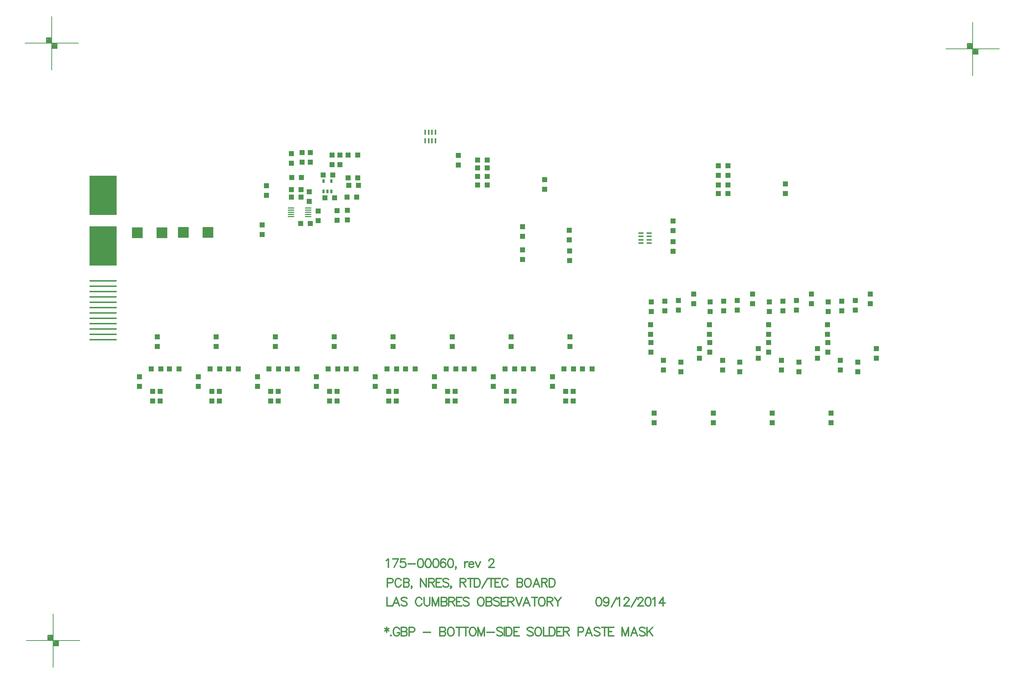
<source format=gbp>
%FSLAX23Y23*%
%MOIN*%
G70*
G01*
G75*
G04 Layer_Color=128*
%ADD10R,0.217X0.120*%
%ADD11R,0.012X0.065*%
%ADD12R,0.065X0.012*%
%ADD13O,0.071X0.012*%
%ADD14O,0.012X0.071*%
%ADD15O,0.098X0.028*%
%ADD16R,0.280X0.100*%
%ADD17R,0.100X0.100*%
%ADD18R,0.264X0.030*%
%ADD19R,0.264X0.383*%
G04:AMPARAMS|DCode=20|XSize=17mil|YSize=50mil|CornerRadius=5mil|HoleSize=0mil|Usage=FLASHONLY|Rotation=180.000|XOffset=0mil|YOffset=0mil|HoleType=Round|Shape=RoundedRectangle|*
%AMROUNDEDRECTD20*
21,1,0.017,0.040,0,0,180.0*
21,1,0.007,0.050,0,0,180.0*
1,1,0.010,-0.003,0.020*
1,1,0.010,0.003,0.020*
1,1,0.010,0.003,-0.020*
1,1,0.010,-0.003,-0.020*
%
%ADD20ROUNDEDRECTD20*%
%ADD21R,0.126X0.071*%
%ADD22R,0.050X0.050*%
%ADD23R,0.050X0.050*%
%ADD24C,0.005*%
%ADD25C,0.010*%
%ADD26C,0.030*%
%ADD27C,0.050*%
%ADD28C,0.025*%
%ADD29C,0.012*%
%ADD30C,0.008*%
%ADD31C,0.012*%
%ADD32C,0.012*%
%ADD33C,0.060*%
%ADD34R,0.060X0.060*%
%ADD35C,0.024*%
%ADD36C,0.070*%
%ADD37R,0.115X0.115*%
%ADD38C,0.115*%
%ADD39C,0.080*%
%ADD40C,0.050*%
%ADD41C,0.094*%
%ADD42C,0.079*%
%ADD43R,0.079X0.079*%
%ADD44C,0.059*%
%ADD45R,0.059X0.059*%
%ADD46C,0.020*%
%ADD47C,0.040*%
%ADD48C,0.100*%
G04:AMPARAMS|DCode=49|XSize=90mil|YSize=90mil|CornerRadius=0mil|HoleSize=0mil|Usage=FLASHONLY|Rotation=0.000|XOffset=0mil|YOffset=0mil|HoleType=Round|Shape=Relief|Width=10mil|Gap=10mil|Entries=4|*
%AMTHD49*
7,0,0,0.090,0.070,0.010,45*
%
%ADD49THD49*%
G04:AMPARAMS|DCode=50|XSize=100mil|YSize=100mil|CornerRadius=0mil|HoleSize=0mil|Usage=FLASHONLY|Rotation=0.000|XOffset=0mil|YOffset=0mil|HoleType=Round|Shape=Relief|Width=10mil|Gap=10mil|Entries=4|*
%AMTHD50*
7,0,0,0.100,0.080,0.010,45*
%
%ADD50THD50*%
G04:AMPARAMS|DCode=51|XSize=138mil|YSize=138mil|CornerRadius=0mil|HoleSize=0mil|Usage=FLASHONLY|Rotation=0.000|XOffset=0mil|YOffset=0mil|HoleType=Round|Shape=Relief|Width=10mil|Gap=10mil|Entries=4|*
%AMTHD51*
7,0,0,0.138,0.118,0.010,45*
%
%ADD51THD51*%
%ADD52C,0.118*%
%ADD53C,0.092*%
%ADD54C,0.072*%
%ADD55C,0.134*%
%ADD56C,0.079*%
%ADD57C,0.075*%
G04:AMPARAMS|DCode=58|XSize=107.244mil|YSize=107.244mil|CornerRadius=0mil|HoleSize=0mil|Usage=FLASHONLY|Rotation=0.000|XOffset=0mil|YOffset=0mil|HoleType=Round|Shape=Relief|Width=10mil|Gap=10mil|Entries=4|*
%AMTHD58*
7,0,0,0.107,0.087,0.010,45*
%
%ADD58THD58*%
%ADD59C,0.087*%
G04:AMPARAMS|DCode=60|XSize=112mil|YSize=112mil|CornerRadius=0mil|HoleSize=0mil|Usage=FLASHONLY|Rotation=0.000|XOffset=0mil|YOffset=0mil|HoleType=Round|Shape=Relief|Width=10mil|Gap=10mil|Entries=4|*
%AMTHD60*
7,0,0,0.112,0.092,0.010,45*
%
%ADD60THD60*%
G04:AMPARAMS|DCode=61|XSize=70mil|YSize=70mil|CornerRadius=0mil|HoleSize=0mil|Usage=FLASHONLY|Rotation=0.000|XOffset=0mil|YOffset=0mil|HoleType=Round|Shape=Relief|Width=10mil|Gap=10mil|Entries=4|*
%AMTHD61*
7,0,0,0.070,0.050,0.010,45*
%
%ADD61THD61*%
%ADD62C,0.068*%
G04:AMPARAMS|DCode=63|XSize=88mil|YSize=88mil|CornerRadius=0mil|HoleSize=0mil|Usage=FLASHONLY|Rotation=0.000|XOffset=0mil|YOffset=0mil|HoleType=Round|Shape=Relief|Width=10mil|Gap=10mil|Entries=4|*
%AMTHD63*
7,0,0,0.088,0.068,0.010,45*
%
%ADD63THD63*%
%ADD64C,0.020*%
%ADD65C,0.054*%
G04:AMPARAMS|DCode=66|XSize=92mil|YSize=92mil|CornerRadius=0mil|HoleSize=0mil|Usage=FLASHONLY|Rotation=0.000|XOffset=0mil|YOffset=0mil|HoleType=Round|Shape=Relief|Width=10mil|Gap=10mil|Entries=4|*
%AMTHD66*
7,0,0,0.092,0.072,0.010,45*
%
%ADD66THD66*%
G04:AMPARAMS|DCode=67|XSize=95.433mil|YSize=95.433mil|CornerRadius=0mil|HoleSize=0mil|Usage=FLASHONLY|Rotation=0.000|XOffset=0mil|YOffset=0mil|HoleType=Round|Shape=Relief|Width=10mil|Gap=10mil|Entries=4|*
%AMTHD67*
7,0,0,0.095,0.075,0.010,45*
%
%ADD67THD67*%
%ADD68R,0.045X0.017*%
%ADD69R,0.024X0.037*%
%ADD70O,0.061X0.010*%
%ADD71R,0.017X0.045*%
%ADD72C,0.006*%
%ADD73C,0.010*%
%ADD74C,0.008*%
%ADD75C,0.024*%
%ADD76C,0.010*%
%ADD77C,0.007*%
%ADD78C,0.004*%
%ADD79R,0.222X0.128*%
%ADD80R,0.252X0.018*%
%ADD81R,0.252X0.371*%
%ADD82R,0.225X0.128*%
%ADD83R,0.020X0.073*%
%ADD84R,0.073X0.020*%
%ADD85O,0.079X0.020*%
%ADD86O,0.020X0.079*%
%ADD87O,0.106X0.036*%
%ADD88R,0.288X0.108*%
%ADD89R,0.108X0.108*%
%ADD90R,0.257X0.023*%
%ADD91R,0.257X0.376*%
G04:AMPARAMS|DCode=92|XSize=25mil|YSize=58mil|CornerRadius=9mil|HoleSize=0mil|Usage=FLASHONLY|Rotation=180.000|XOffset=0mil|YOffset=0mil|HoleType=Round|Shape=RoundedRectangle|*
%AMROUNDEDRECTD92*
21,1,0.025,0.040,0,0,180.0*
21,1,0.007,0.058,0,0,180.0*
1,1,0.018,-0.003,0.020*
1,1,0.018,0.003,0.020*
1,1,0.018,0.003,-0.020*
1,1,0.018,-0.003,-0.020*
%
%ADD92ROUNDEDRECTD92*%
%ADD93R,0.134X0.079*%
%ADD94R,0.058X0.058*%
%ADD95R,0.058X0.058*%
%ADD96R,0.068X0.068*%
%ADD97C,0.032*%
%ADD98C,0.078*%
%ADD99R,0.123X0.123*%
%ADD100C,0.123*%
%ADD101C,0.088*%
%ADD102C,0.058*%
%ADD103C,0.102*%
%ADD104C,0.072*%
%ADD105R,0.072X0.072*%
%ADD106C,0.067*%
%ADD107R,0.067X0.067*%
%ADD108C,0.087*%
%ADD109R,0.087X0.087*%
%ADD110R,1.344X0.312*%
%ADD111R,0.053X0.025*%
%ADD112R,0.032X0.045*%
%ADD113O,0.069X0.018*%
%ADD114R,0.025X0.053*%
D17*
X11227Y12447D02*
D03*
X11457D02*
D03*
X11886Y12452D02*
D03*
X11656D02*
D03*
D22*
X12393Y12522D02*
D03*
Y12432D02*
D03*
X12666Y13190D02*
D03*
Y13100D02*
D03*
X12831Y12833D02*
D03*
Y12743D02*
D03*
X13091Y12565D02*
D03*
Y12655D02*
D03*
X13190Y12567D02*
D03*
Y12657D02*
D03*
X12432Y12800D02*
D03*
Y12890D02*
D03*
X12767Y13197D02*
D03*
Y13107D02*
D03*
X12843Y13197D02*
D03*
Y13107D02*
D03*
X13119Y13174D02*
D03*
Y13084D02*
D03*
X17675Y11590D02*
D03*
Y11500D02*
D03*
X17124Y11590D02*
D03*
Y11500D02*
D03*
X16573Y11590D02*
D03*
Y11500D02*
D03*
X16022Y11590D02*
D03*
Y11500D02*
D03*
X17678Y11332D02*
D03*
Y11422D02*
D03*
X17127Y11332D02*
D03*
Y11422D02*
D03*
X16576Y11332D02*
D03*
Y11422D02*
D03*
X16025Y11332D02*
D03*
Y11422D02*
D03*
X15298Y10965D02*
D03*
Y10875D02*
D03*
X14747Y10965D02*
D03*
Y10875D02*
D03*
X14196Y10965D02*
D03*
Y10875D02*
D03*
X13644Y10965D02*
D03*
Y10875D02*
D03*
X13093Y10965D02*
D03*
Y10875D02*
D03*
X12542Y10965D02*
D03*
Y10875D02*
D03*
X11991Y10965D02*
D03*
Y10875D02*
D03*
X11440Y10965D02*
D03*
Y10875D02*
D03*
X15228Y10965D02*
D03*
Y10875D02*
D03*
X14677Y10965D02*
D03*
Y10875D02*
D03*
X14126Y10965D02*
D03*
Y10875D02*
D03*
X13574Y10965D02*
D03*
Y10875D02*
D03*
X13023Y10965D02*
D03*
Y10875D02*
D03*
X12472Y10965D02*
D03*
Y10875D02*
D03*
X11921Y10965D02*
D03*
Y10875D02*
D03*
X11370Y10965D02*
D03*
Y10875D02*
D03*
X15104Y11101D02*
D03*
Y11011D02*
D03*
X14553Y11101D02*
D03*
Y11011D02*
D03*
X14002Y11101D02*
D03*
Y11011D02*
D03*
X13450Y11101D02*
D03*
Y11011D02*
D03*
X12899Y11101D02*
D03*
Y11011D02*
D03*
X12348Y11101D02*
D03*
Y11011D02*
D03*
X11797Y11101D02*
D03*
Y11011D02*
D03*
X11246Y11101D02*
D03*
Y11011D02*
D03*
X17281Y12814D02*
D03*
Y12904D02*
D03*
X15032Y12856D02*
D03*
Y12946D02*
D03*
X14226Y13172D02*
D03*
Y13082D02*
D03*
X15264Y12187D02*
D03*
Y12277D02*
D03*
X14827Y12199D02*
D03*
Y12289D02*
D03*
X14827Y12506D02*
D03*
Y12416D02*
D03*
X17809Y11717D02*
D03*
Y11807D02*
D03*
X17258Y11717D02*
D03*
Y11807D02*
D03*
X16707Y11717D02*
D03*
Y11807D02*
D03*
X16156Y11717D02*
D03*
Y11807D02*
D03*
X17710Y10673D02*
D03*
Y10763D02*
D03*
X17159Y10673D02*
D03*
Y10763D02*
D03*
X16608Y10673D02*
D03*
Y10763D02*
D03*
X16057Y10673D02*
D03*
Y10763D02*
D03*
X17682Y11713D02*
D03*
Y11803D02*
D03*
X17131Y11713D02*
D03*
Y11803D02*
D03*
X16580Y11713D02*
D03*
Y11803D02*
D03*
X16029Y11713D02*
D03*
Y11803D02*
D03*
X18132Y11274D02*
D03*
Y11364D02*
D03*
X17581Y11274D02*
D03*
Y11364D02*
D03*
X17030Y11274D02*
D03*
Y11364D02*
D03*
X16479Y11274D02*
D03*
Y11364D02*
D03*
X17959Y11237D02*
D03*
Y11147D02*
D03*
X17408Y11237D02*
D03*
Y11147D02*
D03*
X16857Y11237D02*
D03*
Y11147D02*
D03*
X16306Y11237D02*
D03*
Y11147D02*
D03*
X17796Y11254D02*
D03*
Y11164D02*
D03*
X17245Y11254D02*
D03*
Y11164D02*
D03*
X16694Y11254D02*
D03*
Y11164D02*
D03*
X16143Y11254D02*
D03*
Y11164D02*
D03*
X17935Y11725D02*
D03*
Y11815D02*
D03*
X17384Y11725D02*
D03*
Y11815D02*
D03*
X16833Y11725D02*
D03*
Y11815D02*
D03*
X16282Y11725D02*
D03*
Y11815D02*
D03*
X18077Y11786D02*
D03*
Y11876D02*
D03*
X17526Y11786D02*
D03*
Y11876D02*
D03*
X16975Y11786D02*
D03*
Y11876D02*
D03*
X16424Y11786D02*
D03*
Y11876D02*
D03*
X15270Y11384D02*
D03*
Y11474D02*
D03*
X14719Y11384D02*
D03*
Y11474D02*
D03*
X14168Y11384D02*
D03*
Y11474D02*
D03*
X13616Y11384D02*
D03*
Y11474D02*
D03*
X13065Y11384D02*
D03*
Y11474D02*
D03*
X12514Y11384D02*
D03*
Y11474D02*
D03*
X11963Y11384D02*
D03*
Y11474D02*
D03*
X11412Y11384D02*
D03*
Y11474D02*
D03*
X15263Y12383D02*
D03*
Y12473D02*
D03*
X16232Y12558D02*
D03*
Y12468D02*
D03*
X16232Y12276D02*
D03*
Y12366D02*
D03*
X13047Y13084D02*
D03*
Y13174D02*
D03*
X12916Y12653D02*
D03*
Y12563D02*
D03*
D23*
X13276Y12783D02*
D03*
X13186D02*
D03*
X12670Y12965D02*
D03*
X12760D02*
D03*
X12667Y12781D02*
D03*
X12757D02*
D03*
X13286Y12963D02*
D03*
X13196D02*
D03*
X13286Y13174D02*
D03*
X13196D02*
D03*
X12665Y12851D02*
D03*
X12755D02*
D03*
X15213Y11175D02*
D03*
X15303D02*
D03*
X14662D02*
D03*
X14752D02*
D03*
X14111D02*
D03*
X14201D02*
D03*
X13559D02*
D03*
X13649D02*
D03*
X13008D02*
D03*
X13098D02*
D03*
X12457D02*
D03*
X12547D02*
D03*
X11906D02*
D03*
X11996D02*
D03*
X11355D02*
D03*
X11445D02*
D03*
X15385Y11176D02*
D03*
X15475D02*
D03*
X14834D02*
D03*
X14924D02*
D03*
X14283D02*
D03*
X14373D02*
D03*
X13731D02*
D03*
X13821D02*
D03*
X13180D02*
D03*
X13270D02*
D03*
X12629D02*
D03*
X12719D02*
D03*
X12078D02*
D03*
X12168D02*
D03*
X11527D02*
D03*
X11617D02*
D03*
X16657Y13076D02*
D03*
X16747D02*
D03*
X16657Y12986D02*
D03*
X16747D02*
D03*
X16657Y12896D02*
D03*
X16747D02*
D03*
X16657Y12816D02*
D03*
X16747D02*
D03*
X14407Y13056D02*
D03*
X14497D02*
D03*
X14407Y12976D02*
D03*
X14497D02*
D03*
X14407Y12896D02*
D03*
X14497D02*
D03*
X14407Y13129D02*
D03*
X14497D02*
D03*
X12843Y12534D02*
D03*
X12753D02*
D03*
X12961Y12990D02*
D03*
X13051D02*
D03*
X12978Y12776D02*
D03*
X13068D02*
D03*
X13201Y12893D02*
D03*
X13291D02*
D03*
D30*
X10394Y14246D02*
X10404D01*
X10394Y14241D02*
Y14251D01*
Y14241D02*
X10404D01*
Y14251D01*
X10394D02*
X10404D01*
X10389Y14236D02*
Y14251D01*
Y14236D02*
X10409D01*
Y14256D01*
X10389D02*
X10409D01*
X10384Y14231D02*
Y14256D01*
Y14231D02*
X10414D01*
Y14261D01*
X10384D02*
X10414D01*
X10379Y14226D02*
Y14266D01*
Y14226D02*
X10419D01*
Y14266D01*
X10379D02*
X10419D01*
X10444Y14196D02*
X10454D01*
X10444Y14191D02*
Y14201D01*
Y14191D02*
X10454D01*
Y14201D01*
X10444D02*
X10454D01*
X10439Y14186D02*
Y14201D01*
Y14186D02*
X10459D01*
Y14206D01*
X10439D02*
X10459D01*
X10434Y14181D02*
Y14206D01*
Y14181D02*
X10464D01*
Y14211D01*
X10434D02*
X10464D01*
X10429Y14176D02*
Y14216D01*
Y14176D02*
X10469D01*
Y14216D01*
X10429D02*
X10469D01*
X10424Y14171D02*
X10474D01*
Y14221D01*
X10374Y14271D02*
X10424D01*
X10374Y14221D02*
Y14271D01*
X10424Y13971D02*
Y14471D01*
X10174Y14221D02*
X10674D01*
X19002Y14192D02*
X19012D01*
X19002Y14187D02*
Y14197D01*
Y14187D02*
X19012D01*
Y14197D01*
X19002D02*
X19012D01*
X18997Y14182D02*
Y14197D01*
Y14182D02*
X19017D01*
Y14202D01*
X18997D02*
X19017D01*
X18992Y14177D02*
Y14202D01*
Y14177D02*
X19022D01*
Y14207D01*
X18992D02*
X19022D01*
X18987Y14172D02*
Y14212D01*
Y14172D02*
X19027D01*
Y14212D01*
X18987D02*
X19027D01*
X19052Y14142D02*
X19062D01*
X19052Y14137D02*
Y14147D01*
Y14137D02*
X19062D01*
Y14147D01*
X19052D02*
X19062D01*
X19047Y14132D02*
Y14147D01*
Y14132D02*
X19067D01*
Y14152D01*
X19047D02*
X19067D01*
X19042Y14127D02*
Y14152D01*
Y14127D02*
X19072D01*
Y14157D01*
X19042D02*
X19072D01*
X19037Y14122D02*
Y14162D01*
Y14122D02*
X19077D01*
Y14162D01*
X19037D02*
X19077D01*
X19032Y14117D02*
X19082D01*
Y14167D01*
X18982Y14217D02*
X19032D01*
X18982Y14167D02*
Y14217D01*
X19032Y13917D02*
Y14417D01*
X18782Y14167D02*
X19282D01*
X10410Y8660D02*
X10420D01*
X10410Y8655D02*
Y8665D01*
Y8655D02*
X10420D01*
Y8665D01*
X10410D02*
X10420D01*
X10405Y8650D02*
Y8665D01*
Y8650D02*
X10425D01*
Y8670D01*
X10405D02*
X10425D01*
X10400Y8645D02*
Y8670D01*
Y8645D02*
X10430D01*
Y8675D01*
X10400D02*
X10430D01*
X10395Y8640D02*
Y8680D01*
Y8640D02*
X10435D01*
Y8680D01*
X10395D02*
X10435D01*
X10460Y8610D02*
X10470D01*
X10460Y8605D02*
Y8615D01*
Y8605D02*
X10470D01*
Y8615D01*
X10460D02*
X10470D01*
X10455Y8600D02*
Y8615D01*
Y8600D02*
X10475D01*
Y8620D01*
X10455D02*
X10475D01*
X10450Y8595D02*
Y8620D01*
Y8595D02*
X10480D01*
Y8625D01*
X10450D02*
X10480D01*
X10445Y8590D02*
Y8630D01*
Y8590D02*
X10485D01*
Y8630D01*
X10445D02*
X10485D01*
X10440Y8585D02*
X10490D01*
Y8635D01*
X10390Y8685D02*
X10440D01*
X10390Y8635D02*
Y8685D01*
X10440Y8385D02*
Y8885D01*
X10190Y8635D02*
X10690D01*
D31*
X13559Y9039D02*
Y8959D01*
X13605D01*
X13674D02*
X13644Y9039D01*
X13613Y8959D01*
X13625Y8985D02*
X13663D01*
X13746Y9027D02*
X13739Y9035D01*
X13727Y9039D01*
X13712D01*
X13701Y9035D01*
X13693Y9027D01*
Y9020D01*
X13697Y9012D01*
X13701Y9008D01*
X13708Y9004D01*
X13731Y8997D01*
X13739Y8993D01*
X13743Y8989D01*
X13746Y8981D01*
Y8970D01*
X13739Y8962D01*
X13727Y8959D01*
X13712D01*
X13701Y8962D01*
X13693Y8970D01*
X13884Y9020D02*
X13880Y9027D01*
X13873Y9035D01*
X13865Y9039D01*
X13850D01*
X13842Y9035D01*
X13835Y9027D01*
X13831Y9020D01*
X13827Y9008D01*
Y8989D01*
X13831Y8978D01*
X13835Y8970D01*
X13842Y8962D01*
X13850Y8959D01*
X13865D01*
X13873Y8962D01*
X13880Y8970D01*
X13884Y8978D01*
X13907Y9039D02*
Y8981D01*
X13911Y8970D01*
X13918Y8962D01*
X13930Y8959D01*
X13937D01*
X13949Y8962D01*
X13956Y8970D01*
X13960Y8981D01*
Y9039D01*
X13982D02*
Y8959D01*
Y9039D02*
X14013Y8959D01*
X14043Y9039D02*
X14013Y8959D01*
X14043Y9039D02*
Y8959D01*
X14066Y9039D02*
Y8959D01*
Y9039D02*
X14100D01*
X14112Y9035D01*
X14115Y9031D01*
X14119Y9023D01*
Y9016D01*
X14115Y9008D01*
X14112Y9004D01*
X14100Y9000D01*
X14066D02*
X14100D01*
X14112Y8997D01*
X14115Y8993D01*
X14119Y8985D01*
Y8974D01*
X14115Y8966D01*
X14112Y8962D01*
X14100Y8959D01*
X14066D01*
X14137Y9039D02*
Y8959D01*
Y9039D02*
X14171D01*
X14183Y9035D01*
X14187Y9031D01*
X14191Y9023D01*
Y9016D01*
X14187Y9008D01*
X14183Y9004D01*
X14171Y9000D01*
X14137D01*
X14164D02*
X14191Y8959D01*
X14258Y9039D02*
X14208D01*
Y8959D01*
X14258D01*
X14208Y9000D02*
X14239D01*
X14325Y9027D02*
X14317Y9035D01*
X14306Y9039D01*
X14290D01*
X14279Y9035D01*
X14271Y9027D01*
Y9020D01*
X14275Y9012D01*
X14279Y9008D01*
X14286Y9004D01*
X14309Y8997D01*
X14317Y8993D01*
X14321Y8989D01*
X14325Y8981D01*
Y8970D01*
X14317Y8962D01*
X14306Y8959D01*
X14290D01*
X14279Y8962D01*
X14271Y8970D01*
X14428Y9039D02*
X14421Y9035D01*
X14413Y9027D01*
X14409Y9020D01*
X14405Y9008D01*
Y8989D01*
X14409Y8978D01*
X14413Y8970D01*
X14421Y8962D01*
X14428Y8959D01*
X14443D01*
X14451Y8962D01*
X14459Y8970D01*
X14462Y8978D01*
X14466Y8989D01*
Y9008D01*
X14462Y9020D01*
X14459Y9027D01*
X14451Y9035D01*
X14443Y9039D01*
X14428D01*
X14485D02*
Y8959D01*
Y9039D02*
X14519D01*
X14531Y9035D01*
X14534Y9031D01*
X14538Y9023D01*
Y9016D01*
X14534Y9008D01*
X14531Y9004D01*
X14519Y9000D01*
X14485D02*
X14519D01*
X14531Y8997D01*
X14534Y8993D01*
X14538Y8985D01*
Y8974D01*
X14534Y8966D01*
X14531Y8962D01*
X14519Y8959D01*
X14485D01*
X14609Y9027D02*
X14602Y9035D01*
X14590Y9039D01*
X14575D01*
X14564Y9035D01*
X14556Y9027D01*
Y9020D01*
X14560Y9012D01*
X14564Y9008D01*
X14571Y9004D01*
X14594Y8997D01*
X14602Y8993D01*
X14606Y8989D01*
X14609Y8981D01*
Y8970D01*
X14602Y8962D01*
X14590Y8959D01*
X14575D01*
X14564Y8962D01*
X14556Y8970D01*
X14677Y9039D02*
X14627D01*
Y8959D01*
X14677D01*
X14627Y9000D02*
X14658D01*
X14690Y9039D02*
Y8959D01*
Y9039D02*
X14724D01*
X14736Y9035D01*
X14740Y9031D01*
X14744Y9023D01*
Y9016D01*
X14740Y9008D01*
X14736Y9004D01*
X14724Y9000D01*
X14690D01*
X14717D02*
X14744Y8959D01*
X14761Y9039D02*
X14792Y8959D01*
X14822Y9039D02*
X14792Y8959D01*
X14894D02*
X14863Y9039D01*
X14833Y8959D01*
X14844Y8985D02*
X14882D01*
X14939Y9039D02*
Y8959D01*
X14912Y9039D02*
X14966D01*
X14998D02*
X14990Y9035D01*
X14983Y9027D01*
X14979Y9020D01*
X14975Y9008D01*
Y8989D01*
X14979Y8978D01*
X14983Y8970D01*
X14990Y8962D01*
X14998Y8959D01*
X15013D01*
X15021Y8962D01*
X15028Y8970D01*
X15032Y8978D01*
X15036Y8989D01*
Y9008D01*
X15032Y9020D01*
X15028Y9027D01*
X15021Y9035D01*
X15013Y9039D01*
X14998D01*
X15055D02*
Y8959D01*
Y9039D02*
X15089D01*
X15100Y9035D01*
X15104Y9031D01*
X15108Y9023D01*
Y9016D01*
X15104Y9008D01*
X15100Y9004D01*
X15089Y9000D01*
X15055D01*
X15081D02*
X15108Y8959D01*
X15126Y9039D02*
X15156Y9000D01*
Y8959D01*
X15187Y9039D02*
X15156Y9000D01*
X15534Y9039D02*
X15523Y9035D01*
X15515Y9023D01*
X15511Y9004D01*
Y8993D01*
X15515Y8974D01*
X15523Y8962D01*
X15534Y8959D01*
X15542D01*
X15553Y8962D01*
X15561Y8974D01*
X15565Y8993D01*
Y9004D01*
X15561Y9023D01*
X15553Y9035D01*
X15542Y9039D01*
X15534D01*
X15632Y9012D02*
X15628Y9000D01*
X15621Y8993D01*
X15609Y8989D01*
X15605D01*
X15594Y8993D01*
X15586Y9000D01*
X15583Y9012D01*
Y9016D01*
X15586Y9027D01*
X15594Y9035D01*
X15605Y9039D01*
X15609D01*
X15621Y9035D01*
X15628Y9027D01*
X15632Y9012D01*
Y8993D01*
X15628Y8974D01*
X15621Y8962D01*
X15609Y8959D01*
X15602D01*
X15590Y8962D01*
X15586Y8970D01*
X15654Y8947D02*
X15707Y9039D01*
X15712Y9023D02*
X15720Y9027D01*
X15732Y9039D01*
Y8959D01*
X15775Y9020D02*
Y9023D01*
X15779Y9031D01*
X15783Y9035D01*
X15790Y9039D01*
X15805D01*
X15813Y9035D01*
X15817Y9031D01*
X15821Y9023D01*
Y9016D01*
X15817Y9008D01*
X15809Y8997D01*
X15771Y8959D01*
X15824D01*
X15842Y8947D02*
X15896Y9039D01*
X15905Y9020D02*
Y9023D01*
X15909Y9031D01*
X15912Y9035D01*
X15920Y9039D01*
X15935D01*
X15943Y9035D01*
X15947Y9031D01*
X15951Y9023D01*
Y9016D01*
X15947Y9008D01*
X15939Y8997D01*
X15901Y8959D01*
X15954D01*
X15995Y9039D02*
X15984Y9035D01*
X15976Y9023D01*
X15972Y9004D01*
Y8993D01*
X15976Y8974D01*
X15984Y8962D01*
X15995Y8959D01*
X16003D01*
X16014Y8962D01*
X16022Y8974D01*
X16026Y8993D01*
Y9004D01*
X16022Y9023D01*
X16014Y9035D01*
X16003Y9039D01*
X15995D01*
X16043Y9023D02*
X16051Y9027D01*
X16062Y9039D01*
Y8959D01*
X16140Y9039D02*
X16102Y8985D01*
X16159D01*
X16140Y9039D02*
Y8959D01*
D32*
X13557Y8758D02*
Y8712D01*
X13538Y8747D02*
X13576Y8724D01*
Y8747D02*
X13538Y8724D01*
X13596Y8686D02*
X13592Y8682D01*
X13596Y8678D01*
X13600Y8682D01*
X13596Y8686D01*
X13675Y8739D02*
X13671Y8747D01*
X13663Y8754D01*
X13656Y8758D01*
X13640D01*
X13633Y8754D01*
X13625Y8747D01*
X13621Y8739D01*
X13618Y8728D01*
Y8708D01*
X13621Y8697D01*
X13625Y8689D01*
X13633Y8682D01*
X13640Y8678D01*
X13656D01*
X13663Y8682D01*
X13671Y8689D01*
X13675Y8697D01*
Y8708D01*
X13656D02*
X13675D01*
X13693Y8758D02*
Y8678D01*
Y8758D02*
X13727D01*
X13739Y8754D01*
X13743Y8750D01*
X13746Y8743D01*
Y8735D01*
X13743Y8728D01*
X13739Y8724D01*
X13727Y8720D01*
X13693D02*
X13727D01*
X13739Y8716D01*
X13743Y8712D01*
X13746Y8705D01*
Y8693D01*
X13743Y8686D01*
X13739Y8682D01*
X13727Y8678D01*
X13693D01*
X13764Y8716D02*
X13799D01*
X13810Y8720D01*
X13814Y8724D01*
X13818Y8731D01*
Y8743D01*
X13814Y8750D01*
X13810Y8754D01*
X13799Y8758D01*
X13764D01*
Y8678D01*
X13898Y8712D02*
X13967D01*
X14053Y8758D02*
Y8678D01*
Y8758D02*
X14088D01*
X14099Y8754D01*
X14103Y8750D01*
X14107Y8743D01*
Y8735D01*
X14103Y8728D01*
X14099Y8724D01*
X14088Y8720D01*
X14053D02*
X14088D01*
X14099Y8716D01*
X14103Y8712D01*
X14107Y8705D01*
Y8693D01*
X14103Y8686D01*
X14099Y8682D01*
X14088Y8678D01*
X14053D01*
X14147Y8758D02*
X14140Y8754D01*
X14132Y8747D01*
X14128Y8739D01*
X14125Y8728D01*
Y8708D01*
X14128Y8697D01*
X14132Y8689D01*
X14140Y8682D01*
X14147Y8678D01*
X14163D01*
X14170Y8682D01*
X14178Y8689D01*
X14182Y8697D01*
X14185Y8708D01*
Y8728D01*
X14182Y8739D01*
X14178Y8747D01*
X14170Y8754D01*
X14163Y8758D01*
X14147D01*
X14231D02*
Y8678D01*
X14204Y8758D02*
X14257D01*
X14294D02*
Y8678D01*
X14267Y8758D02*
X14320D01*
X14353D02*
X14345Y8754D01*
X14337Y8747D01*
X14334Y8739D01*
X14330Y8728D01*
Y8708D01*
X14334Y8697D01*
X14337Y8689D01*
X14345Y8682D01*
X14353Y8678D01*
X14368D01*
X14376Y8682D01*
X14383Y8689D01*
X14387Y8697D01*
X14391Y8708D01*
Y8728D01*
X14387Y8739D01*
X14383Y8747D01*
X14376Y8754D01*
X14368Y8758D01*
X14353D01*
X14409D02*
Y8678D01*
Y8758D02*
X14440Y8678D01*
X14470Y8758D02*
X14440Y8678D01*
X14470Y8758D02*
Y8678D01*
X14493Y8712D02*
X14562D01*
X14639Y8747D02*
X14631Y8754D01*
X14620Y8758D01*
X14604D01*
X14593Y8754D01*
X14585Y8747D01*
Y8739D01*
X14589Y8731D01*
X14593Y8728D01*
X14601Y8724D01*
X14623Y8716D01*
X14631Y8712D01*
X14635Y8708D01*
X14639Y8701D01*
Y8689D01*
X14631Y8682D01*
X14620Y8678D01*
X14604D01*
X14593Y8682D01*
X14585Y8689D01*
X14657Y8758D02*
Y8678D01*
X14673Y8758D02*
Y8678D01*
Y8758D02*
X14700D01*
X14711Y8754D01*
X14719Y8747D01*
X14723Y8739D01*
X14727Y8728D01*
Y8708D01*
X14723Y8697D01*
X14719Y8689D01*
X14711Y8682D01*
X14700Y8678D01*
X14673D01*
X14794Y8758D02*
X14745D01*
Y8678D01*
X14794D01*
X14745Y8720D02*
X14775D01*
X14924Y8747D02*
X14916Y8754D01*
X14905Y8758D01*
X14889D01*
X14878Y8754D01*
X14870Y8747D01*
Y8739D01*
X14874Y8731D01*
X14878Y8728D01*
X14886Y8724D01*
X14908Y8716D01*
X14916Y8712D01*
X14920Y8708D01*
X14924Y8701D01*
Y8689D01*
X14916Y8682D01*
X14905Y8678D01*
X14889D01*
X14878Y8682D01*
X14870Y8689D01*
X14964Y8758D02*
X14957Y8754D01*
X14949Y8747D01*
X14945Y8739D01*
X14942Y8728D01*
Y8708D01*
X14945Y8697D01*
X14949Y8689D01*
X14957Y8682D01*
X14964Y8678D01*
X14980D01*
X14987Y8682D01*
X14995Y8689D01*
X14999Y8697D01*
X15002Y8708D01*
Y8728D01*
X14999Y8739D01*
X14995Y8747D01*
X14987Y8754D01*
X14980Y8758D01*
X14964D01*
X15021D02*
Y8678D01*
X15067D01*
X15076Y8758D02*
Y8678D01*
Y8758D02*
X15102D01*
X15114Y8754D01*
X15121Y8747D01*
X15125Y8739D01*
X15129Y8728D01*
Y8708D01*
X15125Y8697D01*
X15121Y8689D01*
X15114Y8682D01*
X15102Y8678D01*
X15076D01*
X15196Y8758D02*
X15147D01*
Y8678D01*
X15196D01*
X15147Y8720D02*
X15177D01*
X15210Y8758D02*
Y8678D01*
Y8758D02*
X15244D01*
X15255Y8754D01*
X15259Y8750D01*
X15263Y8743D01*
Y8735D01*
X15259Y8728D01*
X15255Y8724D01*
X15244Y8720D01*
X15210D01*
X15236D02*
X15263Y8678D01*
X15344Y8716D02*
X15378D01*
X15389Y8720D01*
X15393Y8724D01*
X15397Y8731D01*
Y8743D01*
X15393Y8750D01*
X15389Y8754D01*
X15378Y8758D01*
X15344D01*
Y8678D01*
X15476D02*
X15445Y8758D01*
X15415Y8678D01*
X15426Y8705D02*
X15464D01*
X15548Y8747D02*
X15540Y8754D01*
X15529Y8758D01*
X15514D01*
X15502Y8754D01*
X15495Y8747D01*
Y8739D01*
X15498Y8731D01*
X15502Y8728D01*
X15510Y8724D01*
X15533Y8716D01*
X15540Y8712D01*
X15544Y8708D01*
X15548Y8701D01*
Y8689D01*
X15540Y8682D01*
X15529Y8678D01*
X15514D01*
X15502Y8682D01*
X15495Y8689D01*
X15592Y8758D02*
Y8678D01*
X15566Y8758D02*
X15619D01*
X15678D02*
X15629D01*
Y8678D01*
X15678D01*
X15629Y8720D02*
X15659D01*
X15754Y8758D02*
Y8678D01*
Y8758D02*
X15785Y8678D01*
X15815Y8758D02*
X15785Y8678D01*
X15815Y8758D02*
Y8678D01*
X15899D02*
X15869Y8758D01*
X15838Y8678D01*
X15849Y8705D02*
X15888D01*
X15971Y8747D02*
X15963Y8754D01*
X15952Y8758D01*
X15937D01*
X15925Y8754D01*
X15918Y8747D01*
Y8739D01*
X15921Y8731D01*
X15925Y8728D01*
X15933Y8724D01*
X15956Y8716D01*
X15963Y8712D01*
X15967Y8708D01*
X15971Y8701D01*
Y8689D01*
X15963Y8682D01*
X15952Y8678D01*
X15937D01*
X15925Y8682D01*
X15918Y8689D01*
X15989Y8758D02*
Y8678D01*
X16042Y8758D02*
X15989Y8705D01*
X16008Y8724D02*
X16042Y8678D01*
X13553Y9383D02*
X13560Y9387D01*
X13572Y9398D01*
Y9318D01*
X13665Y9398D02*
X13627Y9318D01*
X13611Y9398D02*
X13665D01*
X13728D02*
X13690D01*
X13686Y9364D01*
X13690Y9368D01*
X13702Y9372D01*
X13713D01*
X13725Y9368D01*
X13732Y9360D01*
X13736Y9349D01*
Y9341D01*
X13732Y9330D01*
X13725Y9322D01*
X13713Y9318D01*
X13702D01*
X13690Y9322D01*
X13686Y9326D01*
X13683Y9333D01*
X13754Y9352D02*
X13822D01*
X13869Y9398D02*
X13857Y9394D01*
X13850Y9383D01*
X13846Y9364D01*
Y9352D01*
X13850Y9333D01*
X13857Y9322D01*
X13869Y9318D01*
X13876D01*
X13888Y9322D01*
X13896Y9333D01*
X13899Y9352D01*
Y9364D01*
X13896Y9383D01*
X13888Y9394D01*
X13876Y9398D01*
X13869D01*
X13940D02*
X13929Y9394D01*
X13921Y9383D01*
X13917Y9364D01*
Y9352D01*
X13921Y9333D01*
X13929Y9322D01*
X13940Y9318D01*
X13948D01*
X13959Y9322D01*
X13967Y9333D01*
X13971Y9352D01*
Y9364D01*
X13967Y9383D01*
X13959Y9394D01*
X13948Y9398D01*
X13940D01*
X14011D02*
X14000Y9394D01*
X13992Y9383D01*
X13988Y9364D01*
Y9352D01*
X13992Y9333D01*
X14000Y9322D01*
X14011Y9318D01*
X14019D01*
X14030Y9322D01*
X14038Y9333D01*
X14042Y9352D01*
Y9364D01*
X14038Y9383D01*
X14030Y9394D01*
X14019Y9398D01*
X14011D01*
X14105Y9387D02*
X14102Y9394D01*
X14090Y9398D01*
X14083D01*
X14071Y9394D01*
X14063Y9383D01*
X14060Y9364D01*
Y9345D01*
X14063Y9330D01*
X14071Y9322D01*
X14083Y9318D01*
X14086D01*
X14098Y9322D01*
X14105Y9330D01*
X14109Y9341D01*
Y9345D01*
X14105Y9356D01*
X14098Y9364D01*
X14086Y9368D01*
X14083D01*
X14071Y9364D01*
X14063Y9356D01*
X14060Y9345D01*
X14150Y9398D02*
X14138Y9394D01*
X14131Y9383D01*
X14127Y9364D01*
Y9352D01*
X14131Y9333D01*
X14138Y9322D01*
X14150Y9318D01*
X14157D01*
X14169Y9322D01*
X14176Y9333D01*
X14180Y9352D01*
Y9364D01*
X14176Y9383D01*
X14169Y9394D01*
X14157Y9398D01*
X14150D01*
X14206Y9322D02*
X14202Y9318D01*
X14198Y9322D01*
X14202Y9326D01*
X14206Y9322D01*
Y9314D01*
X14202Y9307D01*
X14198Y9303D01*
X14286Y9372D02*
Y9318D01*
Y9349D02*
X14290Y9360D01*
X14297Y9368D01*
X14305Y9372D01*
X14316D01*
X14324Y9349D02*
X14369D01*
Y9356D01*
X14366Y9364D01*
X14362Y9368D01*
X14354Y9372D01*
X14343D01*
X14335Y9368D01*
X14327Y9360D01*
X14324Y9349D01*
Y9341D01*
X14327Y9330D01*
X14335Y9322D01*
X14343Y9318D01*
X14354D01*
X14362Y9322D01*
X14369Y9330D01*
X14386Y9372D02*
X14409Y9318D01*
X14432Y9372D02*
X14409Y9318D01*
X14512Y9379D02*
Y9383D01*
X14516Y9391D01*
X14519Y9394D01*
X14527Y9398D01*
X14542D01*
X14550Y9394D01*
X14554Y9391D01*
X14557Y9383D01*
Y9375D01*
X14554Y9368D01*
X14546Y9356D01*
X14508Y9318D01*
X14561D01*
X13563Y9174D02*
X13597D01*
X13608Y9178D01*
X13612Y9182D01*
X13616Y9190D01*
Y9201D01*
X13612Y9209D01*
X13608Y9212D01*
X13597Y9216D01*
X13563D01*
Y9136D01*
X13691Y9197D02*
X13687Y9205D01*
X13680Y9212D01*
X13672Y9216D01*
X13657D01*
X13649Y9212D01*
X13642Y9205D01*
X13638Y9197D01*
X13634Y9186D01*
Y9167D01*
X13638Y9155D01*
X13642Y9148D01*
X13649Y9140D01*
X13657Y9136D01*
X13672D01*
X13680Y9140D01*
X13687Y9148D01*
X13691Y9155D01*
X13714Y9216D02*
Y9136D01*
Y9216D02*
X13748D01*
X13759Y9212D01*
X13763Y9209D01*
X13767Y9201D01*
Y9193D01*
X13763Y9186D01*
X13759Y9182D01*
X13748Y9178D01*
X13714D02*
X13748D01*
X13759Y9174D01*
X13763Y9170D01*
X13767Y9163D01*
Y9151D01*
X13763Y9144D01*
X13759Y9140D01*
X13748Y9136D01*
X13714D01*
X13792Y9140D02*
X13789Y9136D01*
X13785Y9140D01*
X13789Y9144D01*
X13792Y9140D01*
Y9132D01*
X13789Y9125D01*
X13785Y9121D01*
X13873Y9216D02*
Y9136D01*
Y9216D02*
X13926Y9136D01*
Y9216D02*
Y9136D01*
X13948Y9216D02*
Y9136D01*
Y9216D02*
X13982D01*
X13994Y9212D01*
X13998Y9209D01*
X14001Y9201D01*
Y9193D01*
X13998Y9186D01*
X13994Y9182D01*
X13982Y9178D01*
X13948D01*
X13975D02*
X14001Y9136D01*
X14069Y9216D02*
X14019D01*
Y9136D01*
X14069D01*
X14019Y9178D02*
X14050D01*
X14136Y9205D02*
X14128Y9212D01*
X14117Y9216D01*
X14101D01*
X14090Y9212D01*
X14082Y9205D01*
Y9197D01*
X14086Y9190D01*
X14090Y9186D01*
X14097Y9182D01*
X14120Y9174D01*
X14128Y9170D01*
X14132Y9167D01*
X14136Y9159D01*
Y9148D01*
X14128Y9140D01*
X14117Y9136D01*
X14101D01*
X14090Y9140D01*
X14082Y9148D01*
X14161Y9140D02*
X14157Y9136D01*
X14153Y9140D01*
X14157Y9144D01*
X14161Y9140D01*
Y9132D01*
X14157Y9125D01*
X14153Y9121D01*
X14241Y9216D02*
Y9136D01*
Y9216D02*
X14276D01*
X14287Y9212D01*
X14291Y9209D01*
X14295Y9201D01*
Y9193D01*
X14291Y9186D01*
X14287Y9182D01*
X14276Y9178D01*
X14241D01*
X14268D02*
X14295Y9136D01*
X14339Y9216D02*
Y9136D01*
X14313Y9216D02*
X14366D01*
X14376D02*
Y9136D01*
Y9216D02*
X14402D01*
X14414Y9212D01*
X14421Y9205D01*
X14425Y9197D01*
X14429Y9186D01*
Y9167D01*
X14425Y9155D01*
X14421Y9148D01*
X14414Y9140D01*
X14402Y9136D01*
X14376D01*
X14447Y9125D02*
X14500Y9216D01*
X14532D02*
Y9136D01*
X14505Y9216D02*
X14559D01*
X14618D02*
X14568D01*
Y9136D01*
X14618D01*
X14568Y9178D02*
X14599D01*
X14688Y9197D02*
X14684Y9205D01*
X14677Y9212D01*
X14669Y9216D01*
X14654D01*
X14646Y9212D01*
X14639Y9205D01*
X14635Y9197D01*
X14631Y9186D01*
Y9167D01*
X14635Y9155D01*
X14639Y9148D01*
X14646Y9140D01*
X14654Y9136D01*
X14669D01*
X14677Y9140D01*
X14684Y9148D01*
X14688Y9155D01*
X14774Y9216D02*
Y9136D01*
Y9216D02*
X14808D01*
X14819Y9212D01*
X14823Y9209D01*
X14827Y9201D01*
Y9193D01*
X14823Y9186D01*
X14819Y9182D01*
X14808Y9178D01*
X14774D02*
X14808D01*
X14819Y9174D01*
X14823Y9170D01*
X14827Y9163D01*
Y9151D01*
X14823Y9144D01*
X14819Y9140D01*
X14808Y9136D01*
X14774D01*
X14868Y9216D02*
X14860Y9212D01*
X14852Y9205D01*
X14849Y9197D01*
X14845Y9186D01*
Y9167D01*
X14849Y9155D01*
X14852Y9148D01*
X14860Y9140D01*
X14868Y9136D01*
X14883D01*
X14890Y9140D01*
X14898Y9148D01*
X14902Y9155D01*
X14906Y9167D01*
Y9186D01*
X14902Y9197D01*
X14898Y9205D01*
X14890Y9212D01*
X14883Y9216D01*
X14868D01*
X14985Y9136D02*
X14955Y9216D01*
X14924Y9136D01*
X14936Y9163D02*
X14974D01*
X15004Y9216D02*
Y9136D01*
Y9216D02*
X15038D01*
X15050Y9212D01*
X15053Y9209D01*
X15057Y9201D01*
Y9193D01*
X15053Y9186D01*
X15050Y9182D01*
X15038Y9178D01*
X15004D01*
X15031D02*
X15057Y9136D01*
X15075Y9216D02*
Y9136D01*
Y9216D02*
X15102D01*
X15113Y9212D01*
X15121Y9205D01*
X15125Y9197D01*
X15128Y9186D01*
Y9167D01*
X15125Y9155D01*
X15121Y9148D01*
X15113Y9140D01*
X15102Y9136D01*
X15075D01*
D68*
X15931Y12445D02*
D03*
Y12414D02*
D03*
Y12382D02*
D03*
Y12351D02*
D03*
X16008D02*
D03*
Y12382D02*
D03*
Y12414D02*
D03*
Y12445D02*
D03*
D69*
X13039Y12931D02*
D03*
X12964D02*
D03*
Y12835D02*
D03*
X13002D02*
D03*
X13039D02*
D03*
D70*
X12663Y12600D02*
D03*
Y12620D02*
D03*
Y12639D02*
D03*
Y12659D02*
D03*
Y12679D02*
D03*
X12822Y12600D02*
D03*
Y12620D02*
D03*
Y12639D02*
D03*
Y12659D02*
D03*
Y12679D02*
D03*
D71*
X14012Y13387D02*
D03*
X13980D02*
D03*
X13949D02*
D03*
X13917D02*
D03*
Y13310D02*
D03*
X13949D02*
D03*
X13980D02*
D03*
X14012D02*
D03*
D80*
X10907Y11950D02*
D03*
Y11900D02*
D03*
Y11850D02*
D03*
Y11800D02*
D03*
Y11750D02*
D03*
Y11450D02*
D03*
Y11500D02*
D03*
Y11550D02*
D03*
Y11600D02*
D03*
Y11650D02*
D03*
Y11700D02*
D03*
Y12000D02*
D03*
D81*
Y12798D02*
D03*
Y12325D02*
D03*
M02*

</source>
